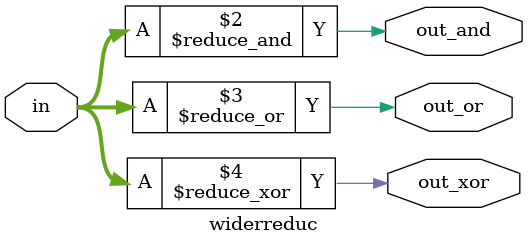
<source format=v>
module widerreduc( 
    input [99:0] in,
    output out_and,
    output out_or,
    output out_xor 
);
    always@(*)begin
        out_and=&in;
        out_or=|in;
        out_xor=^in;
    end

endmodule
</source>
